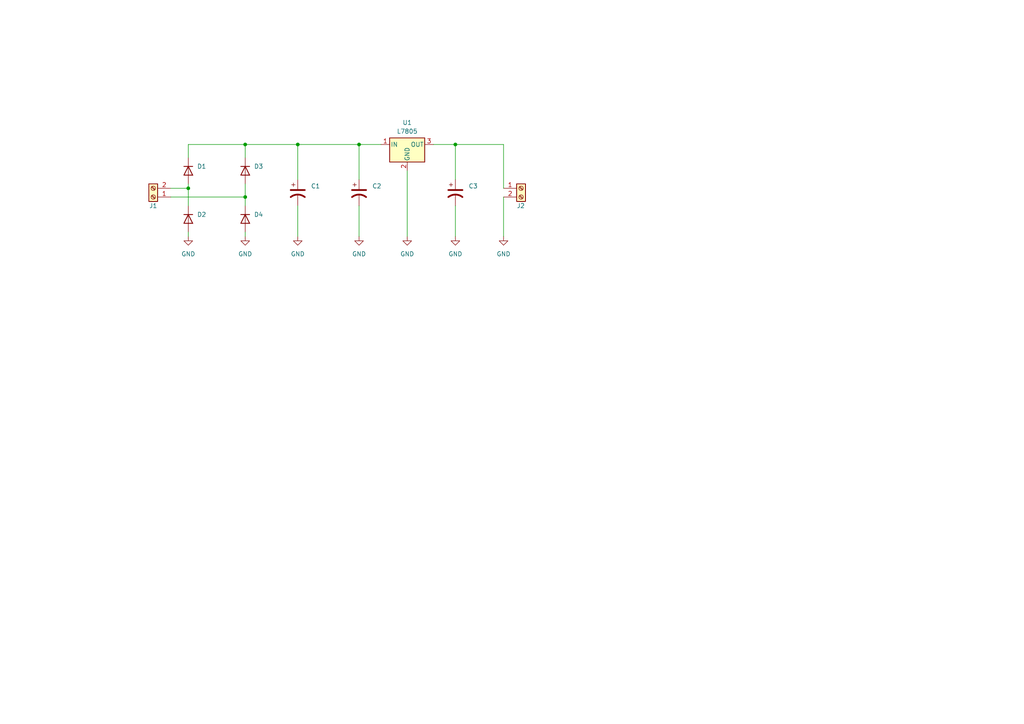
<source format=kicad_sch>
(kicad_sch (version 20230121) (generator eeschema)
  (paper "A4")
  (lib_symbols
    (symbol "Connector:Screw_Terminal_01x02" (pin_names (offset 1.016) hide)
      (property "Reference" "J" (at 0 2.54 0))
      (property "Value" "Screw_Terminal_01x02" (at 0 -5.08 0))
      (symbol "Screw_Terminal_01x02_1_1"
        (rectangle (start -1.27 1.27) (end 1.27 -3.81) (stroke (width 0.254)) (fill (type background)))
        (circle (center 0 -2.54) (radius 0.635) (stroke (width 0.1524)))
        (polyline (pts (xy -0.5334 -2.2098) (xy 0.3302 -3.048)) (stroke (width 0.1524)))
        (polyline (pts (xy -0.5334 0.3302) (xy 0.3302 -0.508)) (stroke (width 0.1524)))
        (polyline (pts (xy -0.3556 -2.032) (xy 0.508 -2.8702)) (stroke (width 0.1524)))
        (polyline (pts (xy -0.3556 0.508) (xy 0.508 -0.3302)) (stroke (width 0.1524)))
        (circle (center 0 0) (radius 0.635) (stroke (width 0.1524)))
        (pin passive line (at -5.08 0 0) (length 3.81) (name "Pin_1") (number "1"))
        (pin passive line (at -5.08 -2.54 0) (length 3.81) (name "Pin_2") (number "2"))
      )
    )
    (symbol "Device:C_Polarized_US" (pin_numbers hide) (pin_names (offset 0.254) hide)
      (property "Reference" "C" (at 0.635 2.54 0))
      (property "Value" "C_Polarized_US" (at 0.635 -2.54 0))
      (symbol "C_Polarized_US_0_1"
        (polyline (pts (xy -2.032 0.762) (xy 2.032 0.762)) (stroke (width 0.508)))
        (polyline (pts (xy -1.778 2.286) (xy -0.762 2.286)))
        (polyline (pts (xy -1.27 1.778) (xy -1.27 2.794)))
        (arc (start 2.032 -1.27) (mid 0 -0.5572) (end -2.032 -1.27) (stroke (width 0.508)))
      )
      (symbol "C_Polarized_US_1_1"
        (pin passive line (at 0 3.81 270) (length 2.794) (name "~") (number "1"))
        (pin passive line (at 0 -3.81 90) (length 3.302) (name "~") (number "2"))
      )
    )
    (symbol "Diode:1N4004" (pin_numbers hide) (pin_names hide)
      (property "Reference" "D" (at 0 2.54 0))
      (property "Value" "1N4004" (at 0 -2.54 0))
      (symbol "1N4004_0_1"
        (polyline (pts (xy -1.27 1.27) (xy -1.27 -1.27)) (stroke (width 0.254)))
        (polyline (pts (xy 1.27 0) (xy -1.27 0)))
        (polyline (pts (xy 1.27 1.27) (xy 1.27 -1.27) (xy -1.27 0) (xy 1.27 1.27)) (stroke (width 0.254)))
      )
      (symbol "1N4004_1_1"
        (pin passive line (at -3.81 0 0) (length 2.54) (name "K") (number "1"))
        (pin passive line (at 3.81 0 180) (length 2.54) (name "A") (number "2"))
      )
    )
    (symbol "Regulator_Linear:L7805" (pin_names (offset 0.254))
      (property "Reference" "U" (at -3.81 3.175 0))
      (property "Value" "L7805" (at 0 3.175 0))
      (symbol "L7805_0_1"
        (rectangle (start -5.08 1.905) (end 5.08 -5.08) (stroke (width 0.254)) (fill (type background)))
      )
      (symbol "L7805_1_1"
        (pin power_in line (at -7.62 0 0) (length 2.54) (name "IN") (number "1"))
        (pin power_in line (at 0 -7.62 90) (length 2.54) (name "GND") (number "2"))
        (pin power_out line (at 7.62 0 180) (length 2.54) (name "OUT") (number "3"))
      )
    )
    (symbol "power:GND" (power) (pin_names (offset 0))
      (property "Value" "GND" (at 0 -3.81 0))
      (symbol "GND_0_1"
        (polyline (pts (xy 0 0) (xy 0 -1.27) (xy 1.27 -1.27) (xy 0 -2.54) (xy -1.27 -1.27) (xy 0 -1.27)))
      )
      (symbol "GND_1_1"
        (pin power_in line (at 0 0 270) (length 0) hide (name "GND") (number "1"))
      )
    )
  )
  (junction (at 71.12 57.15))
  (junction (at 54.61 54.61))
  (junction (at 132.08 41.91))
  (junction (at 104.14 41.91))
  (junction (at 86.36 41.91))
  (junction (at 71.12 41.91))
  (wire (pts (xy 118.11 49.53) (xy 118.11 68.58)))
  (wire (pts (xy 54.61 53.34) (xy 54.61 54.61)))
  (wire (pts (xy 71.12 41.91) (xy 71.12 45.72)))
  (wire (pts (xy 125.73 41.91) (xy 132.08 41.91)))
  (wire (pts (xy 71.12 53.34) (xy 71.12 57.15)))
  (wire (pts (xy 146.05 57.15) (xy 146.05 68.58)))
  (wire (pts (xy 86.36 59.69) (xy 86.36 68.58)))
  (wire (pts (xy 71.12 57.15) (xy 71.12 59.69)))
  (wire (pts (xy 54.61 67.31) (xy 54.61 68.58)))
  (wire (pts (xy 132.08 59.69) (xy 132.08 68.58)))
  (wire (pts (xy 104.14 59.69) (xy 104.14 68.58)))
  (wire (pts (xy 54.61 54.61) (xy 54.61 59.69)))
  (wire (pts (xy 49.53 54.61) (xy 54.61 54.61)))
  (wire (pts (xy 104.14 52.07) (xy 104.14 41.91)))
  (wire (pts (xy 132.08 52.07) (xy 132.08 41.91)))
  (wire (pts (xy 86.36 41.91) (xy 86.36 52.07)))
  (wire (pts (xy 54.61 41.91) (xy 71.12 41.91)))
  (wire (pts (xy 86.36 41.91) (xy 104.14 41.91)))
  (wire (pts (xy 71.12 41.91) (xy 86.36 41.91)))
  (wire (pts (xy 71.12 67.31) (xy 71.12 68.58)))
  (wire (pts (xy 146.05 54.61) (xy 146.05 41.91)))
  (wire (pts (xy 49.53 57.15) (xy 71.12 57.15)))
  (wire (pts (xy 104.14 41.91) (xy 110.49 41.91)))
  (wire (pts (xy 132.08 41.91) (xy 146.05 41.91)))
  (wire (pts (xy 54.61 45.72) (xy 54.61 41.91)))
  (symbol (lib_id "power:GND") (at 118.11 68.58 0) (unit 1)
    (property "Reference" "#PWR04" (effects hide))
    (property "Value" "GND" (at 118.11 73.66 0))
  )
  (symbol (lib_id "Device:C_Polarized_US") (at 132.08 55.88 0) (unit 1)
    (property "Reference" "C3" (at 135.89 53.975 0) (effects (justify left)))
    (property "Value" "C_Polarized_US" (effects hide))
    (property "Footprint" "Capacitor_THT:CP_Radial_D5.0mm_P2.00mm" (effects hide))
  )
  (symbol (lib_id "Device:C_Polarized_US") (at 86.36 55.88 0) (unit 1)
    (property "Reference" "C1" (at 90.17 53.975 0) (effects (justify left)))
    (property "Value" "C_Polarized_US" (effects hide))
    (property "Footprint" "Capacitor_THT:CP_Radial_D10.0mm_P5.00mm" (effects hide))
  )
  (symbol (lib_id "Diode:1N4004") (at 54.61 49.53 270) (unit 1)
    (property "Reference" "D1" (at 57.15 48.26 90) (effects (justify left)))
    (property "Value" "1N4004" (effects hide))
    (property "Footprint" "Diode_THT:D_DO-41_SOD81_P10.16mm_Horizontal" (effects hide))
    (property "Datasheet" "http://www.vishay.com/docs/88503/1n4001.pdf" (effects hide))
    (property "Sim.Device" "D" (effects hide))
    (property "Sim.Pins" "1=K 2=A" (effects hide))
  )
  (symbol (lib_id "power:GND") (at 86.36 68.58 0) (unit 1)
    (property "Reference" "#PWR02" (effects hide))
    (property "Value" "GND" (at 86.36 73.66 0))
  )
  (symbol (lib_id "Diode:1N4004") (at 54.61 63.5 270) (unit 1)
    (property "Reference" "D2" (at 57.15 62.23 90) (effects (justify left)))
    (property "Value" "1N4004" (effects hide))
    (property "Footprint" "Diode_THT:D_DO-41_SOD81_P10.16mm_Horizontal" (effects hide))
    (property "Datasheet" "http://www.vishay.com/docs/88503/1n4001.pdf" (effects hide))
    (property "Sim.Device" "D" (effects hide))
    (property "Sim.Pins" "1=K 2=A" (effects hide))
  )
  (symbol (lib_id "power:GND") (at 54.61 68.58 0) (unit 1)
    (property "Reference" "#PWR01" (effects hide))
    (property "Value" "GND" (at 54.61 73.66 0))
  )
  (symbol (lib_id "Device:C_Polarized_US") (at 104.14 55.88 0) (unit 1)
    (property "Reference" "C2" (at 107.95 53.975 0) (effects (justify left)))
    (property "Value" "C_Polarized_US" (effects hide))
    (property "Footprint" "Capacitor_THT:CP_Radial_D5.0mm_P2.00mm" (effects hide))
  )
  (symbol (lib_id "power:GND") (at 132.08 68.58 0) (unit 1)
    (property "Reference" "#PWR05" (effects hide))
    (property "Value" "GND" (at 132.08 73.66 0))
  )
  (symbol (lib_id "power:GND") (at 71.12 68.58 0) (unit 1)
    (property "Reference" "#PWR07" (effects hide))
    (property "Value" "GND" (at 71.12 73.66 0))
  )
  (symbol (lib_id "power:GND") (at 104.14 68.58 0) (unit 1)
    (property "Reference" "#PWR03" (effects hide))
    (property "Value" "GND" (at 104.14 73.66 0))
  )
  (symbol (lib_id "Diode:1N4004") (at 71.12 63.5 270) (unit 1)
    (property "Reference" "D4" (at 73.66 62.23 90) (effects (justify left)))
    (property "Value" "1N4004" (effects hide))
    (property "Footprint" "Diode_THT:D_DO-41_SOD81_P10.16mm_Horizontal" (effects hide))
    (property "Datasheet" "http://www.vishay.com/docs/88503/1n4001.pdf" (effects hide))
    (property "Sim.Device" "D" (effects hide))
    (property "Sim.Pins" "1=K 2=A" (effects hide))
  )
  (symbol (lib_id "Connector:Screw_Terminal_01x02") (at 44.45 57.15 180) (unit 1)
    (property "Reference" "J1" (at 44.45 59.69 0))
    (property "Value" "Screw_Terminal_01x02" (effects hide))
    (property "Footprint" "TerminalBlock:TerminalBlock_bornier-2_P5.08mm" (effects hide))
  )
  (symbol (lib_id "power:GND") (at 146.05 68.58 0) (unit 1)
    (property "Reference" "#PWR06" (effects hide))
    (property "Value" "GND" (at 146.05 73.66 0))
  )
  (symbol (lib_id "Regulator_Linear:L7805") (at 118.11 41.91 0) (unit 1)
    (property "Reference" "U1" (at 118.11 35.56 0))
    (property "Value" "L7805" (at 118.11 38.1 0))
    (property "Footprint" "Package_TO_SOT_THT:TO-220-3_Vertical" (effects hide))
    (property "Datasheet" "http://www.st.com/content/ccc/resource/technical/document/datasheet/41/4f/b3/b0/12/d4/47/88/CD00000444.pdf/files/CD00000444.pdf/jcr:content/translations/en.CD00000444.pdf" (effects hide))
  )
  (symbol (lib_id "Diode:1N4004") (at 71.12 49.53 270) (unit 1)
    (property "Reference" "D3" (at 73.66 48.26 90) (effects (justify left)))
    (property "Value" "1N4004" (effects hide))
    (property "Footprint" "Diode_THT:D_DO-41_SOD81_P10.16mm_Horizontal" (effects hide))
    (property "Datasheet" "http://www.vishay.com/docs/88503/1n4001.pdf" (effects hide))
    (property "Sim.Device" "D" (effects hide))
    (property "Sim.Pins" "1=K 2=A" (effects hide))
  )
  (symbol (lib_id "Connector:Screw_Terminal_01x02") (at 151.13 54.61 0) (unit 1)
    (property "Reference" "J2" (at 149.86 59.69 0) (effects (justify left)))
    (property "Value" "Screw_Terminal_01x02" (effects hide))
    (property "Footprint" "TerminalBlock:TerminalBlock_bornier-2_P5.08mm" (effects hide))
  )
)
</source>
